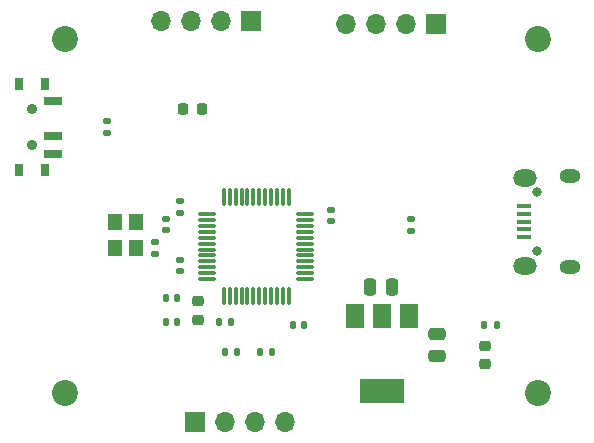
<source format=gbr>
%TF.GenerationSoftware,KiCad,Pcbnew,7.0.7*%
%TF.CreationDate,2023-09-18T20:54:05+05:30*%
%TF.ProjectId,STM32,53544d33-322e-46b6-9963-61645f706362,rev?*%
%TF.SameCoordinates,Original*%
%TF.FileFunction,Soldermask,Top*%
%TF.FilePolarity,Negative*%
%FSLAX46Y46*%
G04 Gerber Fmt 4.6, Leading zero omitted, Abs format (unit mm)*
G04 Created by KiCad (PCBNEW 7.0.7) date 2023-09-18 20:54:05*
%MOMM*%
%LPD*%
G01*
G04 APERTURE LIST*
G04 Aperture macros list*
%AMRoundRect*
0 Rectangle with rounded corners*
0 $1 Rounding radius*
0 $2 $3 $4 $5 $6 $7 $8 $9 X,Y pos of 4 corners*
0 Add a 4 corners polygon primitive as box body*
4,1,4,$2,$3,$4,$5,$6,$7,$8,$9,$2,$3,0*
0 Add four circle primitives for the rounded corners*
1,1,$1+$1,$2,$3*
1,1,$1+$1,$4,$5*
1,1,$1+$1,$6,$7*
1,1,$1+$1,$8,$9*
0 Add four rect primitives between the rounded corners*
20,1,$1+$1,$2,$3,$4,$5,0*
20,1,$1+$1,$4,$5,$6,$7,0*
20,1,$1+$1,$6,$7,$8,$9,0*
20,1,$1+$1,$8,$9,$2,$3,0*%
G04 Aperture macros list end*
%ADD10RoundRect,0.075000X-0.662500X-0.075000X0.662500X-0.075000X0.662500X0.075000X-0.662500X0.075000X0*%
%ADD11RoundRect,0.075000X-0.075000X-0.662500X0.075000X-0.662500X0.075000X0.662500X-0.075000X0.662500X0*%
%ADD12RoundRect,0.140000X0.140000X0.170000X-0.140000X0.170000X-0.140000X-0.170000X0.140000X-0.170000X0*%
%ADD13R,1.700000X1.700000*%
%ADD14O,1.700000X1.700000*%
%ADD15C,2.200000*%
%ADD16RoundRect,0.250000X0.475000X-0.250000X0.475000X0.250000X-0.475000X0.250000X-0.475000X-0.250000X0*%
%ADD17RoundRect,0.140000X-0.170000X0.140000X-0.170000X-0.140000X0.170000X-0.140000X0.170000X0.140000X0*%
%ADD18O,0.800000X0.800000*%
%ADD19R,1.300000X0.450000*%
%ADD20O,1.800000X1.150000*%
%ADD21O,2.000000X1.450000*%
%ADD22RoundRect,0.135000X0.185000X-0.135000X0.185000X0.135000X-0.185000X0.135000X-0.185000X-0.135000X0*%
%ADD23RoundRect,0.140000X0.170000X-0.140000X0.170000X0.140000X-0.170000X0.140000X-0.170000X-0.140000X0*%
%ADD24RoundRect,0.135000X-0.185000X0.135000X-0.185000X-0.135000X0.185000X-0.135000X0.185000X0.135000X0*%
%ADD25RoundRect,0.218750X-0.256250X0.218750X-0.256250X-0.218750X0.256250X-0.218750X0.256250X0.218750X0*%
%ADD26R,1.500000X2.000000*%
%ADD27R,3.800000X2.000000*%
%ADD28RoundRect,0.225000X-0.225000X-0.250000X0.225000X-0.250000X0.225000X0.250000X-0.225000X0.250000X0*%
%ADD29R,1.200000X1.400000*%
%ADD30RoundRect,0.140000X-0.140000X-0.170000X0.140000X-0.170000X0.140000X0.170000X-0.140000X0.170000X0*%
%ADD31RoundRect,0.135000X-0.135000X-0.185000X0.135000X-0.185000X0.135000X0.185000X-0.135000X0.185000X0*%
%ADD32RoundRect,0.218750X0.256250X-0.218750X0.256250X0.218750X-0.256250X0.218750X-0.256250X-0.218750X0*%
%ADD33RoundRect,0.250000X-0.250000X-0.475000X0.250000X-0.475000X0.250000X0.475000X-0.250000X0.475000X0*%
%ADD34R,0.800000X1.000000*%
%ADD35C,0.900000*%
%ADD36R,1.500000X0.700000*%
G04 APERTURE END LIST*
D10*
%TO.C,U1*%
X82010000Y-77362500D03*
X82010000Y-77862500D03*
X82010000Y-78362500D03*
X82010000Y-78862500D03*
X82010000Y-79362500D03*
X82010000Y-79862500D03*
X82010000Y-80362500D03*
X82010000Y-80862500D03*
X82010000Y-81362500D03*
X82010000Y-81862500D03*
X82010000Y-82362500D03*
X82010000Y-82862500D03*
D11*
X83422500Y-84275000D03*
X83922500Y-84275000D03*
X84422500Y-84275000D03*
X84922500Y-84275000D03*
X85422500Y-84275000D03*
X85922500Y-84275000D03*
X86422500Y-84275000D03*
X86922500Y-84275000D03*
X87422500Y-84275000D03*
X87922500Y-84275000D03*
X88422500Y-84275000D03*
X88922500Y-84275000D03*
D10*
X90335000Y-82862500D03*
X90335000Y-82362500D03*
X90335000Y-81862500D03*
X90335000Y-81362500D03*
X90335000Y-80862500D03*
X90335000Y-80362500D03*
X90335000Y-79862500D03*
X90335000Y-79362500D03*
X90335000Y-78862500D03*
X90335000Y-78362500D03*
X90335000Y-77862500D03*
X90335000Y-77362500D03*
D11*
X88922500Y-75950000D03*
X88422500Y-75950000D03*
X87922500Y-75950000D03*
X87422500Y-75950000D03*
X86922500Y-75950000D03*
X86422500Y-75950000D03*
X85922500Y-75950000D03*
X85422500Y-75950000D03*
X84922500Y-75950000D03*
X84422500Y-75950000D03*
X83922500Y-75950000D03*
X83422500Y-75950000D03*
%TD*%
D12*
%TO.C,C9*%
X79480000Y-84500000D03*
X78520000Y-84500000D03*
%TD*%
D13*
%TO.C,J3*%
X85750000Y-61000000D03*
D14*
X83210000Y-61000000D03*
X80670000Y-61000000D03*
X78130000Y-61000000D03*
%TD*%
D15*
%TO.C,H3*%
X110000000Y-62500000D03*
%TD*%
D16*
%TO.C,C2*%
X101500000Y-89400000D03*
X101500000Y-87500000D03*
%TD*%
D17*
%TO.C,C6*%
X92480000Y-77020000D03*
X92480000Y-77980000D03*
%TD*%
D18*
%TO.C,J1*%
X109945000Y-80505000D03*
X109945000Y-75505000D03*
D19*
X108845000Y-79305000D03*
X108845000Y-78655000D03*
X108845000Y-78005000D03*
X108845000Y-77355000D03*
X108845000Y-76705000D03*
D20*
X112695000Y-81880000D03*
D21*
X108895000Y-81730000D03*
X108895000Y-74280000D03*
D20*
X112695000Y-74130000D03*
%TD*%
D22*
%TO.C,R2*%
X73500000Y-70510000D03*
X73500000Y-69490000D03*
%TD*%
D23*
%TO.C,C4*%
X79750000Y-77230000D03*
X79750000Y-76270000D03*
%TD*%
D15*
%TO.C,H1*%
X70000000Y-92500000D03*
%TD*%
D24*
%TO.C,R3*%
X99250000Y-77750000D03*
X99250000Y-78770000D03*
%TD*%
D25*
%TO.C,D1*%
X105500000Y-88500000D03*
X105500000Y-90075000D03*
%TD*%
D26*
%TO.C,U2*%
X99100000Y-86000000D03*
X96800000Y-86000000D03*
D27*
X96800000Y-92300000D03*
D26*
X94500000Y-86000000D03*
%TD*%
D28*
%TO.C,C3*%
X80000000Y-68500000D03*
X81550000Y-68500000D03*
%TD*%
D13*
%TO.C,J4*%
X81000000Y-95000000D03*
D14*
X83540000Y-95000000D03*
X86080000Y-95000000D03*
X88620000Y-95000000D03*
%TD*%
D29*
%TO.C,Y1*%
X74250000Y-78000000D03*
X74250000Y-80200000D03*
X75950000Y-80200000D03*
X75950000Y-78000000D03*
%TD*%
D30*
%TO.C,C10*%
X78520000Y-86500000D03*
X79480000Y-86500000D03*
%TD*%
D12*
%TO.C,C5*%
X90250000Y-86750000D03*
X89290000Y-86750000D03*
%TD*%
D13*
%TO.C,J2*%
X101370000Y-61250000D03*
D14*
X98830000Y-61250000D03*
X96290000Y-61250000D03*
X93750000Y-61250000D03*
%TD*%
D31*
%TO.C,R1*%
X105490000Y-86750000D03*
X106510000Y-86750000D03*
%TD*%
D23*
%TO.C,C8*%
X79750000Y-82210000D03*
X79750000Y-81250000D03*
%TD*%
%TO.C,C13*%
X77600000Y-80710000D03*
X77600000Y-79750000D03*
%TD*%
D32*
%TO.C,FB1*%
X81212500Y-86287500D03*
X81212500Y-84712500D03*
%TD*%
D33*
%TO.C,C1*%
X95800000Y-83500000D03*
X97700000Y-83500000D03*
%TD*%
D31*
%TO.C,R5*%
X86500000Y-89000000D03*
X87520000Y-89000000D03*
%TD*%
D34*
%TO.C,SW1*%
X68280000Y-66350000D03*
X66070000Y-66350000D03*
D35*
X67170000Y-68500000D03*
X67170000Y-71500000D03*
D34*
X68280000Y-73650000D03*
X66070000Y-73650000D03*
D36*
X68930000Y-67750000D03*
X68930000Y-70750000D03*
X68930000Y-72250000D03*
%TD*%
D15*
%TO.C,H4*%
X70000000Y-62500000D03*
%TD*%
D23*
%TO.C,C12*%
X78500000Y-78710000D03*
X78500000Y-77750000D03*
%TD*%
D30*
%TO.C,C11*%
X83040000Y-86500000D03*
X84000000Y-86500000D03*
%TD*%
D15*
%TO.C,H2*%
X110000000Y-92500000D03*
%TD*%
D31*
%TO.C,R4*%
X83490000Y-89000000D03*
X84510000Y-89000000D03*
%TD*%
M02*

</source>
